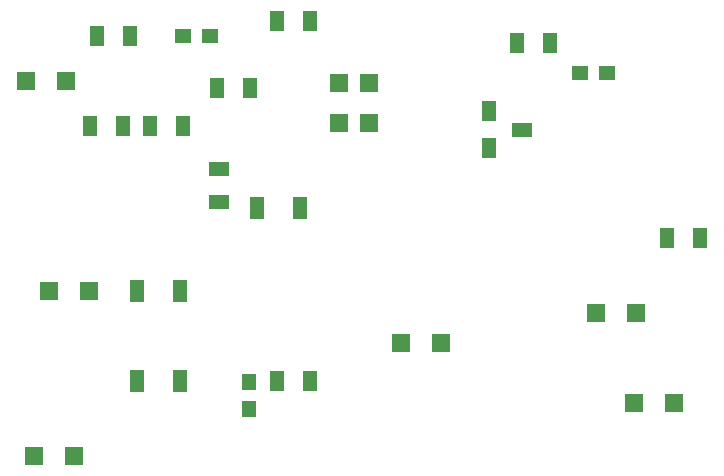
<source format=gbr>
G04 EasyPC Gerber Version 19.0.2 Build 3920 *
G04 #@! TF.Part,Single*
G04 #@! TF.FileFunction,Copper,L1,Bot *
%FSLAX35Y35*%
%MOIN*%
G04 #@! TA.AperFunction,SMDPad*
%ADD81R,0.04500X0.06500*%
%ADD129R,0.05100X0.05600*%
%ADD127R,0.05100X0.07600*%
%ADD130R,0.05900X0.05900*%
G04 #@! TA.AperFunction,WasherPad*
%ADD122R,0.06500X0.04500*%
G04 #@! TA.AperFunction,SMDPad*
%ADD128R,0.05600X0.05100*%
X0Y0D02*
D02*
D81*
X35700Y155050D03*
X38200Y185050D03*
X46800Y155050D03*
X49300Y185050D03*
X55700Y155050D03*
X66800D03*
X78200Y167550D03*
X89300D03*
X98200Y70050D03*
Y190050D03*
X109300Y70050D03*
Y190050D03*
X168750Y147550D03*
Y160050D03*
X178200Y182550D03*
X189300D03*
X228200Y117550D03*
X239300D03*
D02*
D122*
X78750Y129500D03*
Y140600D03*
X180000Y153800D03*
D02*
D127*
X51650Y70050D03*
Y100050D03*
X65850Y70050D03*
Y100050D03*
X91650Y127550D03*
X105850D03*
D02*
D128*
X66750Y185050D03*
X75750D03*
X199250Y172550D03*
X208250D03*
D02*
D129*
X88750Y60550D03*
Y69550D03*
D02*
D130*
X14550Y170050D03*
X17050Y45050D03*
X22050Y100050D03*
X27950Y170050D03*
X30450Y45050D03*
X35450Y100050D03*
X118750Y155850D03*
Y169250D03*
X128750Y155850D03*
Y169250D03*
X139550Y82550D03*
X152950D03*
X204550Y92550D03*
X217050Y62550D03*
X217950Y92550D03*
X230450Y62550D03*
X0Y0D02*
M02*

</source>
